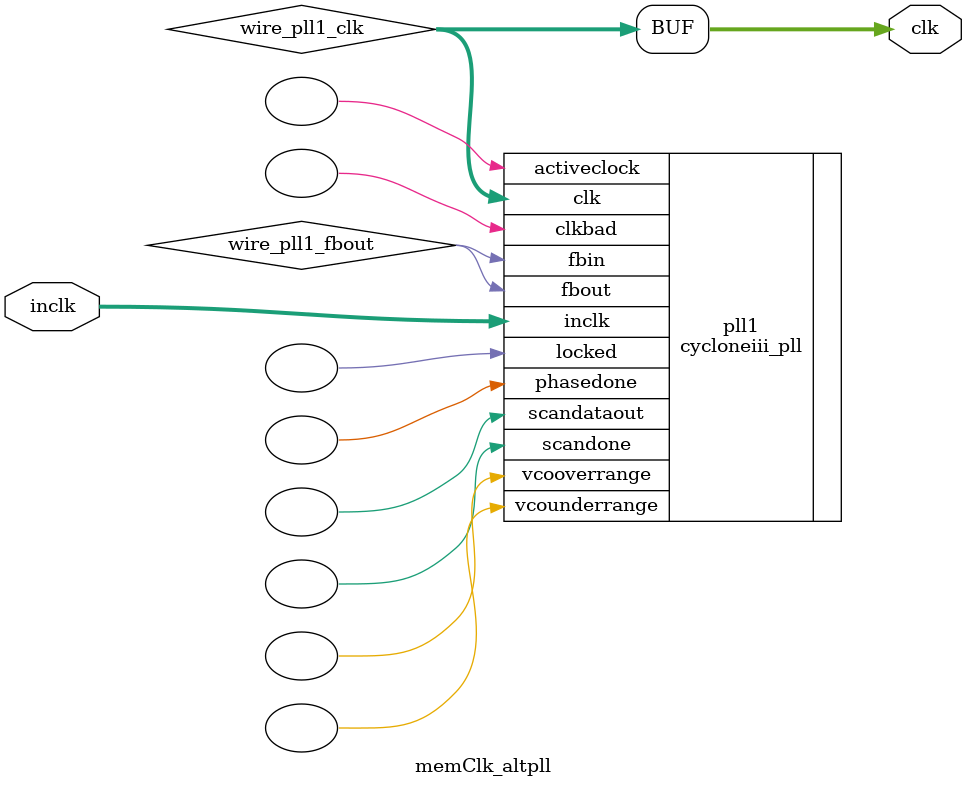
<source format=v>






//synthesis_resources = cycloneiii_pll 1 
//synopsys translate_off
`timescale 1 ps / 1 ps
//synopsys translate_on
module  memClk_altpll
	( 
	clk,
	inclk) /* synthesis synthesis_clearbox=1 */;
	output   [4:0]  clk;
	input   [1:0]  inclk;
`ifndef ALTERA_RESERVED_QIS
// synopsys translate_off
`endif
	tri0   [1:0]  inclk;
`ifndef ALTERA_RESERVED_QIS
// synopsys translate_on
`endif

	wire  [4:0]   wire_pll1_clk;
	wire  wire_pll1_fbout;

	cycloneiii_pll   pll1
	( 
	.activeclock(),
	.clk(wire_pll1_clk),
	.clkbad(),
	.fbin(wire_pll1_fbout),
	.fbout(wire_pll1_fbout),
	.inclk(inclk),
	.locked(),
	.phasedone(),
	.scandataout(),
	.scandone(),
	.vcooverrange(),
	.vcounderrange()
	`ifndef FORMAL_VERIFICATION
	// synopsys translate_off
	`endif
	,
	.areset(1'b0),
	.clkswitch(1'b0),
	.configupdate(1'b0),
	.pfdena(1'b1),
	.phasecounterselect({3{1'b0}}),
	.phasestep(1'b0),
	.phaseupdown(1'b0),
	.scanclk(1'b0),
	.scanclkena(1'b1),
	.scandata(1'b0)
	`ifndef FORMAL_VERIFICATION
	// synopsys translate_on
	`endif
	);
	defparam
		pll1.bandwidth_type = "auto",
		pll1.clk0_divide_by = 1,
		pll1.clk0_duty_cycle = 50,
		pll1.clk0_multiply_by = 1,
		pll1.clk0_phase_shift = "0",
		pll1.compensate_clock = "clk0",
		pll1.inclk0_input_frequency = 20000,
		pll1.operation_mode = "normal",
		pll1.pll_type = "auto",
		pll1.lpm_type = "cycloneiii_pll";
	assign
		clk = {wire_pll1_clk[4:0]};
endmodule //memClk_altpll
//VALID FILE

</source>
